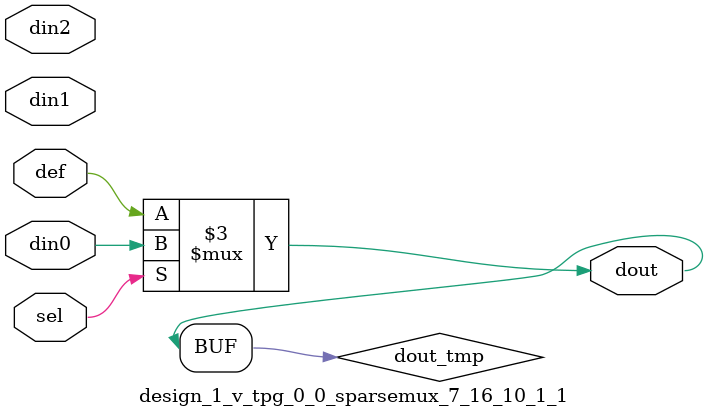
<source format=v>
`timescale 1ns / 1ps

module design_1_v_tpg_0_0_sparsemux_7_16_10_1_1 (din0,din1,din2,def,sel,dout);

parameter din0_WIDTH = 1;

parameter din1_WIDTH = 1;

parameter din2_WIDTH = 1;

parameter def_WIDTH = 1;
parameter sel_WIDTH = 1;
parameter dout_WIDTH = 1;

parameter [sel_WIDTH-1:0] CASE0 = 1;

parameter [sel_WIDTH-1:0] CASE1 = 1;

parameter [sel_WIDTH-1:0] CASE2 = 1;

parameter ID = 1;
parameter NUM_STAGE = 1;



input [din0_WIDTH-1:0] din0;

input [din1_WIDTH-1:0] din1;

input [din2_WIDTH-1:0] din2;

input [def_WIDTH-1:0] def;
input [sel_WIDTH-1:0] sel;

output [dout_WIDTH-1:0] dout;



reg [dout_WIDTH-1:0] dout_tmp;


always @ (*) begin
(* parallel_case *) case (sel)
    
    CASE0 : dout_tmp = din0;
    
    CASE1 : dout_tmp = din1;
    
    CASE2 : dout_tmp = din2;
    
    default : dout_tmp = def;
endcase
end


assign dout = dout_tmp;



endmodule

</source>
